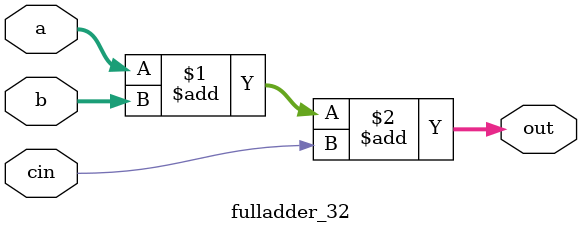
<source format=sv>

module fulladder_32(a, b, cin, out);

	input 	[31:0]	a;
	input 	[31:0]	b;
	input			cin;
	output	[32:0]	out;

	assign	out = a + b + cin;

endmodule

</source>
